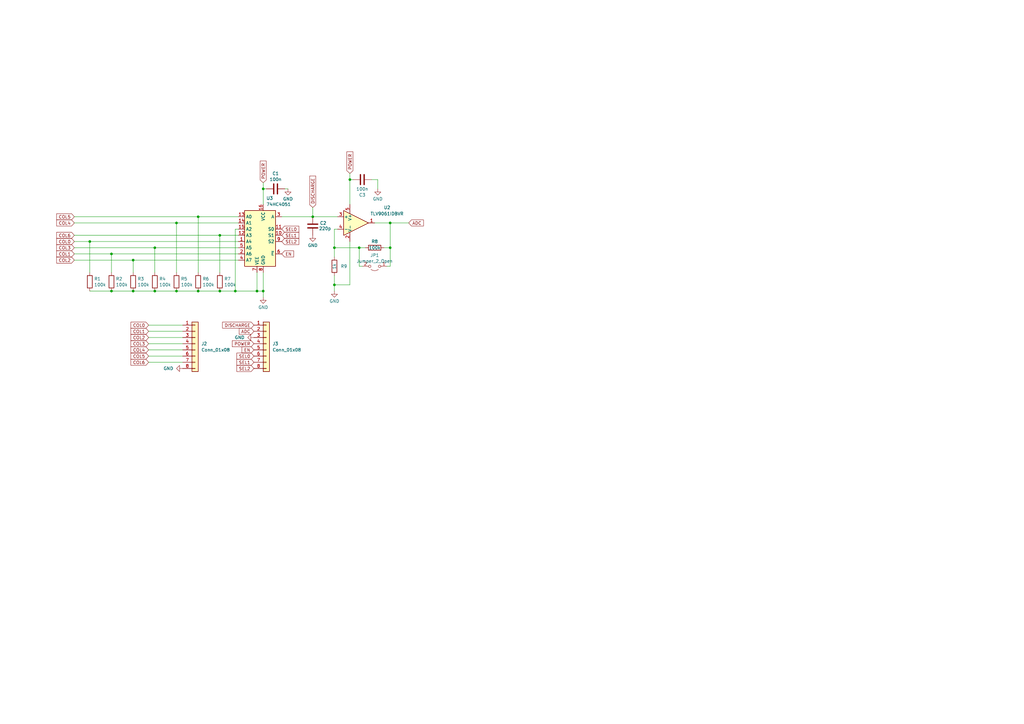
<source format=kicad_sch>
(kicad_sch (version 20231120) (generator "eeschema") (generator_version "8.0")
  (paper "A3")
  (lib_symbols
    (symbol "74xx:74HC4051"
      (property "Reference" "U3" (at 1.27 15.24 0))
      (property "Value" "74HC4051" (at 1.27 12.7 0))
      (symbol "74HC4051_0_1"
        (rectangle (start -7.62 -12.7) (end 5.08 10.16) (stroke (width 0.254)) (fill (type background)))
      )
      (symbol "74HC4051_1_1"
        (pin passive line (at -10.16 -2.54 0) (length 2.54) (name "A4") (number "1"))
        (pin input line (at 7.62 0 180) (length 2.54) (name "S1") (number "10"))
        (pin input line (at 7.62 2.54 180) (length 2.54) (name "S0") (number "11"))
        (pin passive line (at -10.16 0 0) (length 2.54) (name "A3") (number "12"))
        (pin passive line (at -10.16 7.62 0) (length 2.54) (name "A0") (number "13"))
        (pin passive line (at -10.16 5.08 0) (length 2.54) (name "A1") (number "14"))
        (pin passive line (at -10.16 2.54 0) (length 2.54) (name "A2") (number "15"))
        (pin power_in line (at 0 12.7 270) (length 2.54) (name "VCC") (number "16"))
        (pin passive line (at -10.16 -7.62 0) (length 2.54) (name "A6") (number "2"))
        (pin passive line (at 7.62 7.62 180) (length 2.54) (name "A") (number "3"))
        (pin passive line (at -10.16 -10.16 0) (length 2.54) (name "A7") (number "4"))
        (pin passive line (at -10.16 -5.08 0) (length 2.54) (name "A5") (number "5"))
        (pin input line (at 7.62 -7.62 180) (length 2.54) (name "~{E}") (number "6"))
        (pin power_in line (at -2.54 -15.24 90) (length 2.54) (name "VEE") (number "7"))
        (pin power_in line (at 0 -15.24 90) (length 2.54) (name "GND") (number "8"))
        (pin input line (at 7.62 -2.54 180) (length 2.54) (name "S2") (number "9"))
      )
    )
    (symbol "Amplifier_Operational:TLV9061xDBV" (pin_names (offset 0.127))
      (property "Reference" "U" (at -1.27 6.35 0))
      (property "Value" "TLV9061xDBV" (at -1.27 3.81 0))
      (symbol "TLV9061xDBV_0_1"
        (polyline (pts (xy -5.08 5.08) (xy 5.08 0) (xy -5.08 -5.08) (xy -5.08 5.08)) (stroke (width 0.254)) (fill (type background)))
        (pin power_in line (at -2.54 -7.62 90) (length 3.81) (name "V-") (number "2"))
        (pin power_in line (at -2.54 7.62 270) (length 3.81) (name "V+") (number "5"))
      )
      (symbol "TLV9061xDBV_1_1"
        (pin output line (at 7.62 0 180) (length 2.54) (name "~") (number "1"))
        (pin input line (at -7.62 2.54 0) (length 2.54) (name "+") (number "3"))
        (pin input line (at -7.62 -2.54 0) (length 2.54) (name "-") (number "4"))
      )
    )
    (symbol "Connector_Generic:Conn_01x08" (pin_names (offset 1.016) hide)
      (property "Reference" "J" (at 0 10.16 0))
      (property "Value" "Conn_01x08" (at 0 -12.7 0))
      (symbol "Conn_01x08_1_1"
        (rectangle (start -1.27 -10.033) (end 0 -10.287) (stroke (width 0.1524)))
        (rectangle (start -1.27 -7.493) (end 0 -7.747) (stroke (width 0.1524)))
        (rectangle (start -1.27 -4.953) (end 0 -5.207) (stroke (width 0.1524)))
        (rectangle (start -1.27 -2.413) (end 0 -2.667) (stroke (width 0.1524)))
        (rectangle (start -1.27 0.127) (end 0 -0.127) (stroke (width 0.1524)))
        (rectangle (start -1.27 2.667) (end 0 2.413) (stroke (width 0.1524)))
        (rectangle (start -1.27 5.207) (end 0 4.953) (stroke (width 0.1524)))
        (rectangle (start -1.27 7.747) (end 0 7.493) (stroke (width 0.1524)))
        (rectangle (start -1.27 8.89) (end 1.27 -11.43) (stroke (width 0.254)) (fill (type background)))
        (pin passive line (at -5.08 7.62 0) (length 3.81) (name "Pin_1") (number "1"))
        (pin passive line (at -5.08 5.08 0) (length 3.81) (name "Pin_2") (number "2"))
        (pin passive line (at -5.08 2.54 0) (length 3.81) (name "Pin_3") (number "3"))
        (pin passive line (at -5.08 0 0) (length 3.81) (name "Pin_4") (number "4"))
        (pin passive line (at -5.08 -2.54 0) (length 3.81) (name "Pin_5") (number "5"))
        (pin passive line (at -5.08 -5.08 0) (length 3.81) (name "Pin_6") (number "6"))
        (pin passive line (at -5.08 -7.62 0) (length 3.81) (name "Pin_7") (number "7"))
        (pin passive line (at -5.08 -10.16 0) (length 3.81) (name "Pin_8") (number "8"))
      )
    )
    (symbol "Device:C" (pin_numbers hide) (pin_names (offset 0.254))
      (property "Reference" "C" (at 0.635 2.54 0))
      (property "Value" "C" (at 0.635 -2.54 0))
      (symbol "C_0_1"
        (polyline (pts (xy -2.032 -0.762) (xy 2.032 -0.762)) (stroke (width 0.508)))
        (polyline (pts (xy -2.032 0.762) (xy 2.032 0.762)) (stroke (width 0.508)))
      )
      (symbol "C_1_1"
        (pin passive line (at 0 3.81 270) (length 2.794) (name "~") (number "1"))
        (pin passive line (at 0 -3.81 90) (length 2.794) (name "~") (number "2"))
      )
    )
    (symbol "Device:R" (pin_numbers hide) (pin_names (offset 0))
      (property "Reference" "R" (at 2.032 0 90))
      (property "Value" "R" (at 0 0 90))
      (symbol "R_0_1"
        (rectangle (start -1.016 -2.54) (end 1.016 2.54) (stroke (width 0.254)))
      )
      (symbol "R_1_1"
        (pin passive line (at 0 3.81 270) (length 1.27) (name "~") (number "1"))
        (pin passive line (at 0 -3.81 90) (length 1.27) (name "~") (number "2"))
      )
    )
    (symbol "Jumper:Jumper_2_Open" (pin_names (offset 0) hide)
      (property "Reference" "JP" (at 0 2.794 0))
      (property "Value" "Jumper_2_Open" (at 0 -2.286 0))
      (symbol "Jumper_2_Open_0_0"
        (circle (center -2.032 0) (radius 0.508))
        (circle (center 2.032 0) (radius 0.508))
      )
      (symbol "Jumper_2_Open_0_1"
        (arc (start 1.524 1.27) (mid 0 1.778) (end -1.524 1.27))
      )
      (symbol "Jumper_2_Open_1_1"
        (pin passive line (at -5.08 0 0) (length 2.54) (name "A") (number "1"))
        (pin passive line (at 5.08 0 180) (length 2.54) (name "B") (number "2"))
      )
    )
    (symbol "power:GND" (power) (pin_names (offset 0))
      (property "Value" "GND" (at 0 -3.81 0))
      (symbol "GND_0_1"
        (polyline (pts (xy 0 0) (xy 0 -1.27) (xy 1.27 -1.27) (xy 0 -2.54) (xy -1.27 -1.27) (xy 0 -1.27)))
      )
      (symbol "GND_1_1"
        (pin power_in line (at 0 0 270) (length 0) hide (name "GND") (number "1"))
      )
    )
  )
  (junction (at 90.17 119.38))
  (junction (at 137.16 116.84))
  (junction (at 63.5 119.38))
  (junction (at 143.51 73.66))
  (junction (at 72.39 91.44))
  (junction (at 160.02 91.44))
  (junction (at 107.95 119.38))
  (junction (at 36.83 99.06))
  (junction (at 72.39 119.38))
  (junction (at 128.27 88.9))
  (junction (at 54.61 119.38))
  (junction (at 81.28 88.9))
  (junction (at 45.72 104.14))
  (junction (at 54.61 106.68))
  (junction (at 160.02 101.6))
  (junction (at 63.5 101.6))
  (junction (at 96.52 119.38))
  (junction (at 137.16 101.6))
  (junction (at 90.17 96.52))
  (junction (at 147.32 101.6))
  (junction (at 45.72 119.38))
  (junction (at 107.95 77.47))
  (junction (at 105.41 119.38))
  (junction (at 81.28 119.38))
  (wire (pts (xy 30.48 91.44) (xy 72.39 91.44)))
  (wire (pts (xy 63.5 101.6) (xy 63.5 111.76)))
  (wire (pts (xy 137.16 93.98) (xy 137.16 101.6)))
  (wire (pts (xy 118.11 77.47) (xy 116.84 77.47)))
  (wire (pts (xy 105.41 111.76) (xy 105.41 119.38)))
  (wire (pts (xy 30.48 99.06) (xy 36.83 99.06)))
  (wire (pts (xy 107.95 119.38) (xy 107.95 121.92)))
  (wire (pts (xy 137.16 101.6) (xy 147.32 101.6)))
  (wire (pts (xy 30.48 101.6) (xy 63.5 101.6)))
  (wire (pts (xy 54.61 119.38) (xy 63.5 119.38)))
  (wire (pts (xy 36.83 99.06) (xy 36.83 111.76)))
  (wire (pts (xy 81.28 88.9) (xy 97.79 88.9)))
  (wire (pts (xy 153.67 91.44) (xy 160.02 91.44)))
  (wire (pts (xy 90.17 96.52) (xy 97.79 96.52)))
  (wire (pts (xy 137.16 101.6) (xy 137.16 105.41)))
  (wire (pts (xy 45.72 119.38) (xy 54.61 119.38)))
  (wire (pts (xy 90.17 119.38) (xy 96.52 119.38)))
  (wire (pts (xy 105.41 119.38) (xy 107.95 119.38)))
  (wire (pts (xy 36.83 119.38) (xy 45.72 119.38)))
  (wire (pts (xy 137.16 116.84) (xy 137.16 119.38)))
  (wire (pts (xy 137.16 113.03) (xy 137.16 116.84)))
  (wire (pts (xy 72.39 119.38) (xy 81.28 119.38)))
  (wire (pts (xy 109.22 77.47) (xy 107.95 77.47)))
  (wire (pts (xy 143.51 116.84) (xy 137.16 116.84)))
  (wire (pts (xy 60.96 146.05) (xy 74.93 146.05)))
  (wire (pts (xy 107.95 111.76) (xy 107.95 119.38)))
  (wire (pts (xy 54.61 106.68) (xy 54.61 111.76)))
  (wire (pts (xy 81.28 119.38) (xy 90.17 119.38)))
  (wire (pts (xy 160.02 91.44) (xy 167.64 91.44)))
  (wire (pts (xy 138.43 93.98) (xy 137.16 93.98)))
  (wire (pts (xy 96.52 93.98) (xy 96.52 119.38)))
  (wire (pts (xy 143.51 73.66) (xy 143.51 83.82)))
  (wire (pts (xy 63.5 101.6) (xy 97.79 101.6)))
  (wire (pts (xy 128.27 88.9) (xy 138.43 88.9)))
  (wire (pts (xy 160.02 101.6) (xy 160.02 109.22)))
  (wire (pts (xy 143.51 71.12) (xy 143.51 73.66)))
  (wire (pts (xy 60.96 148.59) (xy 74.93 148.59)))
  (wire (pts (xy 60.96 140.97) (xy 74.93 140.97)))
  (wire (pts (xy 160.02 101.6) (xy 157.48 101.6)))
  (wire (pts (xy 30.48 96.52) (xy 90.17 96.52)))
  (wire (pts (xy 72.39 91.44) (xy 72.39 111.76)))
  (wire (pts (xy 158.75 109.22) (xy 160.02 109.22)))
  (wire (pts (xy 107.95 74.93) (xy 107.95 77.47)))
  (wire (pts (xy 143.51 99.06) (xy 143.51 116.84)))
  (wire (pts (xy 36.83 99.06) (xy 97.79 99.06)))
  (wire (pts (xy 81.28 88.9) (xy 81.28 111.76)))
  (wire (pts (xy 90.17 96.52) (xy 90.17 111.76)))
  (wire (pts (xy 147.32 101.6) (xy 149.86 101.6)))
  (wire (pts (xy 128.27 85.09) (xy 128.27 88.9)))
  (wire (pts (xy 30.48 88.9) (xy 81.28 88.9)))
  (wire (pts (xy 60.96 133.35) (xy 74.93 133.35)))
  (wire (pts (xy 154.94 73.66) (xy 152.4 73.66)))
  (wire (pts (xy 30.48 104.14) (xy 45.72 104.14)))
  (wire (pts (xy 96.52 119.38) (xy 105.41 119.38)))
  (wire (pts (xy 148.59 109.22) (xy 147.32 109.22)))
  (wire (pts (xy 45.72 104.14) (xy 97.79 104.14)))
  (wire (pts (xy 107.95 77.47) (xy 107.95 83.82)))
  (wire (pts (xy 160.02 91.44) (xy 160.02 101.6)))
  (wire (pts (xy 60.96 143.51) (xy 74.93 143.51)))
  (wire (pts (xy 143.51 73.66) (xy 144.78 73.66)))
  (wire (pts (xy 72.39 91.44) (xy 97.79 91.44)))
  (wire (pts (xy 54.61 106.68) (xy 97.79 106.68)))
  (wire (pts (xy 45.72 104.14) (xy 45.72 111.76)))
  (wire (pts (xy 154.94 77.47) (xy 154.94 73.66)))
  (wire (pts (xy 115.57 88.9) (xy 128.27 88.9)))
  (wire (pts (xy 63.5 119.38) (xy 72.39 119.38)))
  (wire (pts (xy 147.32 109.22) (xy 147.32 101.6)))
  (wire (pts (xy 60.96 135.89) (xy 74.93 135.89)))
  (wire (pts (xy 60.96 138.43) (xy 74.93 138.43)))
  (wire (pts (xy 97.79 93.98) (xy 96.52 93.98)))
  (wire (pts (xy 30.48 106.68) (xy 54.61 106.68)))
  (global_label "EN" (shape input) (at 104.14 143.51 180) (property "Intersheetrefs" "${INTERSHEET_REFS}" (effects (hide yes))))
  (global_label "COL3" (shape input) (at 30.48 101.6 180) (property "Intersheetrefs" "${INTERSHEET_REFS}" (effects (hide yes))))
  (global_label "COL1" (shape input) (at 30.48 104.14 180) (property "Intersheetrefs" "${INTERSHEET_REFS}" (effects (hide yes))))
  (global_label "SEL1" (shape input) (at 115.57 96.52 0) (property "Intersheetrefs" "${INTERSHEET_REFS}" (effects (hide yes))))
  (global_label "COL3" (shape input) (at 60.96 140.97 180) (property "Intersheetrefs" "${INTERSHEET_REFS}" (effects (hide yes))))
  (global_label "POWER" (shape input) (at 143.51 71.12 90) (property "Intersheetrefs" "${INTERSHEET_REFS}" (effects (hide yes))))
  (global_label "COL6" (shape input) (at 60.96 148.59 180) (property "Intersheetrefs" "${INTERSHEET_REFS}" (effects (hide yes))))
  (global_label "COL5" (shape input) (at 60.96 146.05 180) (property "Intersheetrefs" "${INTERSHEET_REFS}" (effects (hide yes))))
  (global_label "COL1" (shape input) (at 60.96 135.89 180) (property "Intersheetrefs" "${INTERSHEET_REFS}" (effects (hide yes))))
  (global_label "COL2" (shape input) (at 30.48 106.68 180) (property "Intersheetrefs" "${INTERSHEET_REFS}" (effects (hide yes))))
  (global_label "COL0" (shape input) (at 60.96 133.35 180) (property "Intersheetrefs" "${INTERSHEET_REFS}" (effects (hide yes))))
  (global_label "POWER" (shape input) (at 104.14 140.97 180) (property "Intersheetrefs" "${INTERSHEET_REFS}" (effects (hide yes))))
  (global_label "COL4" (shape input) (at 30.48 91.44 180) (property "Intersheetrefs" "${INTERSHEET_REFS}" (effects (hide yes))))
  (global_label "DISCHARGE" (shape input) (at 104.14 133.35 180) (property "Intersheetrefs" "${INTERSHEET_REFS}" (effects (hide yes))))
  (global_label "SEL2" (shape input) (at 104.14 151.13 180) (property "Intersheetrefs" "${INTERSHEET_REFS}" (effects (hide yes))))
  (global_label "SEL0" (shape input) (at 115.57 93.98 0) (property "Intersheetrefs" "${INTERSHEET_REFS}" (effects (hide yes))))
  (global_label "COL0" (shape input) (at 30.48 99.06 180) (property "Intersheetrefs" "${INTERSHEET_REFS}" (effects (hide yes))))
  (global_label "SEL2" (shape input) (at 115.57 99.06 0) (property "Intersheetrefs" "${INTERSHEET_REFS}" (effects (hide yes))))
  (global_label "SEL0" (shape input) (at 104.14 146.05 180) (property "Intersheetrefs" "${INTERSHEET_REFS}" (effects (hide yes))))
  (global_label "SEL1" (shape input) (at 104.14 148.59 180) (property "Intersheetrefs" "${INTERSHEET_REFS}" (effects (hide yes))))
  (global_label "COL2" (shape input) (at 60.96 138.43 180) (property "Intersheetrefs" "${INTERSHEET_REFS}" (effects (hide yes))))
  (global_label "COL6" (shape input) (at 30.48 96.52 180) (property "Intersheetrefs" "${INTERSHEET_REFS}" (effects (hide yes))))
  (global_label "ADC" (shape input) (at 104.14 135.89 180) (property "Intersheetrefs" "${INTERSHEET_REFS}" (effects (hide yes))))
  (global_label "EN" (shape input) (at 115.57 104.14 0) (property "Intersheetrefs" "${INTERSHEET_REFS}" (effects (hide yes))))
  (global_label "COL5" (shape input) (at 30.48 88.9 180) (property "Intersheetrefs" "${INTERSHEET_REFS}" (effects (hide yes))))
  (global_label "COL4" (shape input) (at 60.96 143.51 180) (property "Intersheetrefs" "${INTERSHEET_REFS}" (effects (hide yes))))
  (global_label "ADC" (shape input) (at 167.64 91.44 0) (property "Intersheetrefs" "${INTERSHEET_REFS}" (effects (hide yes))))
  (global_label "DISCHARGE" (shape input) (at 128.27 85.09 90) (property "Intersheetrefs" "${INTERSHEET_REFS}" (effects (hide yes))))
  (global_label "POWER" (shape input) (at 107.95 74.93 90) (property "Intersheetrefs" "${INTERSHEET_REFS}" (effects (hide yes))))
  (symbol (lib_id "Device:R") (at 63.5 115.57 0) (unit 1)
    (property "Reference" "R4" (at 65.278 114.3579 0) (effects (justify left)))
    (property "Value" "100k" (at 65.278 116.7821 0) (effects (justify left)))
    (property "Footprint" "Resistor_SMD:R_0805_2012Metric_Pad1.20x1.40mm_HandSolder" (effects (hide yes)))
  )
  (symbol (lib_id "power:GND") (at 154.94 77.47 0) (unit 1)
    (property "Reference" "#PWR06" (effects (hide yes)))
    (property "Value" "GND" (at 154.94 81.6031 0))
  )
  (symbol (lib_id "Device:C") (at 148.59 73.66 270) (unit 1)
    (property "Reference" "C3" (at 148.59 79.9633 90))
    (property "Value" "100n" (at 148.59 77.5391 90))
    (property "Footprint" "Capacitor_SMD:C_0805_2012Metric_Pad1.18x1.45mm_HandSolder" (effects (hide yes)))
  )
  (symbol (lib_id "Amplifier_Operational:TLV9061xDBV") (at 146.05 91.44 0) (unit 1)
    (property "Reference" "U2" (at 158.75 85.1214 0))
    (property "Value" "TLV9061IDBVR" (at 158.75 87.6614 0))
    (property "Footprint" "Package_TO_SOT_SMD:SOT-23-5" (effects (hide yes)))
    (property "Datasheet" "https://www.ti.com/lit/ds/symlink/tlv9061.pdf" (effects (hide yes)))
    (property "Description" "10-MHz, RRIO, CMOS Operational Amplifiers for Cost-Sensitive Systems, SOT-23-5" (effects (hide yes)))
  )
  (symbol (lib_id "power:GND") (at 74.93 151.13 270) (unit 1)
    (property "Reference" "#PWR01" (effects (hide yes)))
    (property "Value" "GND" (at 71.12 151.1299 90) (effects (justify right)))
  )
  (symbol (lib_id "Device:R") (at 90.17 115.57 0) (unit 1)
    (property "Reference" "R7" (at 91.948 114.3579 0) (effects (justify left)))
    (property "Value" "100k" (at 91.948 116.7821 0) (effects (justify left)))
    (property "Footprint" "Resistor_SMD:R_0805_2012Metric_Pad1.20x1.40mm_HandSolder" (effects (hide yes)))
  )
  (symbol (lib_id "74xx:74HC4051") (at 107.95 96.52 0) (unit 1)
    (property "Reference" "U3" (at 109.22 81.28 0) (effects (justify left)))
    (property "Value" "74HC4051" (at 109.22 83.82 0) (effects (justify left)))
    (property "Footprint" "Package_SO:SOIC-16_3.9x9.9mm_P1.27mm" (effects (hide yes)))
    (property "Datasheet" "http://www.ti.com/lit/ds/symlink/cd74hc4051.pdf" (effects (hide yes)))
  )
  (symbol (lib_id "power:GND") (at 137.16 119.38 0) (unit 1)
    (property "Reference" "#PWR05" (effects (hide yes)))
    (property "Value" "GND" (at 137.16 123.5131 0))
  )
  (symbol (lib_id "power:GND") (at 128.27 96.52 0) (unit 1)
    (property "Reference" "#PWR04" (effects (hide yes)))
    (property "Value" "GND" (at 128.27 100.6531 0))
  )
  (symbol (lib_id "Device:C") (at 113.03 77.47 90) (unit 1)
    (property "Reference" "C1" (at 113.03 71.1667 90))
    (property "Value" "100n" (at 113.03 73.5909 90))
    (property "Footprint" "Capacitor_SMD:C_0805_2012Metric_Pad1.18x1.45mm_HandSolder" (effects (hide yes)))
  )
  (symbol (lib_id "power:GND") (at 104.14 138.43 270) (unit 1)
    (property "Reference" "#PWR07" (effects (hide yes)))
    (property "Value" "GND" (at 100.33 138.4299 90) (effects (justify right)))
  )
  (symbol (lib_id "Device:R") (at 45.72 115.57 0) (unit 1)
    (property "Reference" "R2" (at 47.498 114.3579 0) (effects (justify left)))
    (property "Value" "100k" (at 47.498 116.7821 0) (effects (justify left)))
    (property "Footprint" "Resistor_SMD:R_0805_2012Metric_Pad1.20x1.40mm_HandSolder" (effects (hide yes)))
  )
  (symbol (lib_id "Connector_Generic:Conn_01x08") (at 80.01 140.97 0) (unit 1)
    (property "Reference" "J2" (at 82.55 140.9699 0) (effects (justify left)))
    (property "Value" "Conn_01x08" (at 82.55 143.5099 0) (effects (justify left)))
    (property "Footprint" "Connector_PinHeader_2.54mm:PinHeader_1x08_P2.54mm_Vertical" (effects (hide yes)))
    (property "Description" "Generic connector, single row, 01x08, script generated (kicad-library-utils/schlib/autogen/connector/)" (effects (hide yes)))
  )
  (symbol (lib_id "Device:C") (at 128.27 92.71 180) (unit 1)
    (property "Reference" "C2" (at 131.191 91.4979 0) (effects (justify right)))
    (property "Value" "220p" (at 130.81 93.726 0) (effects (justify right)))
    (property "Footprint" "Capacitor_SMD:C_0805_2012Metric_Pad1.18x1.45mm_HandSolder" (effects (hide yes)))
  )
  (symbol (lib_id "Device:R") (at 81.28 115.57 0) (unit 1)
    (property "Reference" "R6" (at 83.058 114.3579 0) (effects (justify left)))
    (property "Value" "100k" (at 83.058 116.7821 0) (effects (justify left)))
    (property "Footprint" "Resistor_SMD:R_0805_2012Metric_Pad1.20x1.40mm_HandSolder" (effects (hide yes)))
  )
  (symbol (lib_id "Device:R") (at 72.39 115.57 0) (unit 1)
    (property "Reference" "R5" (at 74.168 114.3579 0) (effects (justify left)))
    (property "Value" "100k" (at 74.168 116.7821 0) (effects (justify left)))
    (property "Footprint" "Resistor_SMD:R_0805_2012Metric_Pad1.20x1.40mm_HandSolder" (effects (hide yes)))
  )
  (symbol (lib_id "Jumper:Jumper_2_Open") (at 153.67 109.22 180) (unit 1)
    (property "Reference" "JP1" (at 153.67 104.6947 0))
    (property "Value" "Jumper_2_Open" (at 153.67 107.1189 0))
    (property "Footprint" "Resistor_SMD:R_0805_2012Metric_Pad1.20x1.40mm_HandSolder" (effects (hide yes)))
  )
  (symbol (lib_id "Device:R") (at 137.16 109.22 0) (unit 1)
    (property "Reference" "R9" (at 139.7 109.22 0) (effects (justify left)))
    (property "Value" "1k" (at 137.16 110.49 90) (effects (justify left)))
    (property "Footprint" "Resistor_SMD:R_0805_2012Metric_Pad1.20x1.40mm_HandSolder" (effects (hide yes)))
  )
  (symbol (lib_id "power:GND") (at 118.11 77.47 0) (unit 1)
    (property "Reference" "#PWR03" (effects (hide yes)))
    (property "Value" "GND" (at 118.11 81.6031 0))
  )
  (symbol (lib_id "Connector_Generic:Conn_01x08") (at 109.22 140.97 0) (unit 1)
    (property "Reference" "J3" (at 111.76 140.9699 0) (effects (justify left)))
    (property "Value" "Conn_01x08" (at 111.76 143.5099 0) (effects (justify left)))
    (property "Footprint" "Connector_PinHeader_2.54mm:PinHeader_1x08_P2.54mm_Vertical" (effects (hide yes)))
    (property "Description" "Generic connector, single row, 01x08, script generated (kicad-library-utils/schlib/autogen/connector/)" (effects (hide yes)))
  )
  (symbol (lib_id "Device:R") (at 54.61 115.57 0) (unit 1)
    (property "Reference" "R3" (at 56.388 114.3579 0) (effects (justify left)))
    (property "Value" "100k" (at 56.388 116.7821 0) (effects (justify left)))
    (property "Footprint" "Resistor_SMD:R_0805_2012Metric_Pad1.20x1.40mm_HandSolder" (effects (hide yes)))
  )
  (symbol (lib_id "power:GND") (at 107.95 121.92 0) (unit 1)
    (property "Reference" "#PWR02" (effects (hide yes)))
    (property "Value" "GND" (at 107.95 126.0531 0))
  )
  (symbol (lib_id "Device:R") (at 153.67 101.6 90) (unit 1)
    (property "Reference" "R8" (at 153.67 99.06 90))
    (property "Value" "100k" (at 153.67 101.6 90))
    (property "Footprint" "Resistor_SMD:R_0805_2012Metric_Pad1.20x1.40mm_HandSolder" (effects (hide yes)))
  )
  (symbol (lib_id "Device:R") (at 36.83 115.57 0) (unit 1)
    (property "Reference" "R1" (at 38.608 114.3579 0) (effects (justify left)))
    (property "Value" "100k" (at 38.608 116.7821 0) (effects (justify left)))
    (property "Footprint" "Resistor_SMD:R_0805_2012Metric_Pad1.20x1.40mm_HandSolder" (effects (hide yes)))
  )
)
</source>
